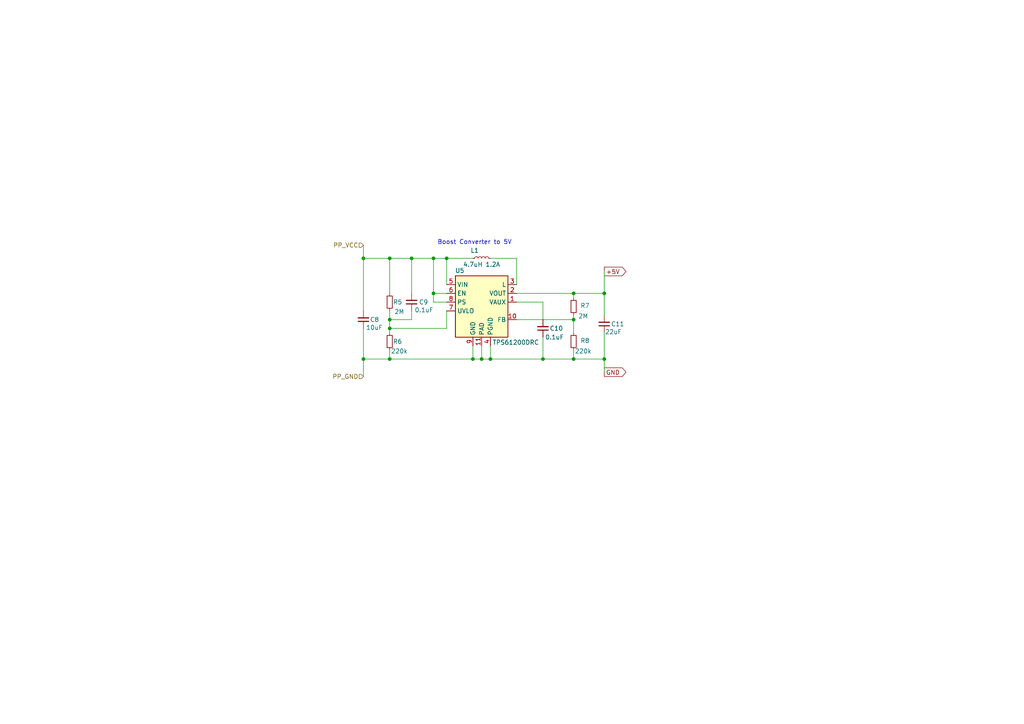
<source format=kicad_sch>
(kicad_sch (version 20231120) (generator "eeschema") (generator_version "8.0")
  (paper "A4")
  (title_block (title "Kitchen_Timer - 5V Boost Converter") (date "2025-01-26") (rev "v01") (comment 2 "creativecommons.org/licences/4.0/") (comment 3 "Licence: CC BY 4.0") (comment 4 "Author: Nicolas Perozzi"))
  (lib_symbols
    (symbol "Device:C_Small" (pin_numbers hide) (pin_names (offset 0.254) hide)
      (property "Reference" "C" (at 0.254 1.778 0))
      (property "Value" "C_Small" (at 0.254 -2.032 0))
      (symbol "C_Small_0_1"
        (polyline (pts (xy -1.524 -0.508) (xy 1.524 -0.508)) (stroke (width 0.3302)))
        (polyline (pts (xy -1.524 0.508) (xy 1.524 0.508)) (stroke (width 0.3048)))
      )
      (symbol "C_Small_1_1"
        (pin passive line (at 0 2.54 270) (length 2.032) (name "~") (number "1"))
        (pin passive line (at 0 -2.54 90) (length 2.032) (name "~") (number "2"))
      )
    )
    (symbol "Device:L_Small" (pin_numbers hide) (pin_names (offset 0.254) hide)
      (property "Reference" "L" (at 0.762 1.016 0))
      (property "Value" "L_Small" (at 0.762 -1.016 0))
      (symbol "L_Small_0_1"
        (arc (start 0 -2.032) (mid 0.5058 -1.524) (end 0 -1.016))
        (arc (start 0 -1.016) (mid 0.5058 -0.508) (end 0 0))
        (arc (start 0 0) (mid 0.5058 0.508) (end 0 1.016))
        (arc (start 0 1.016) (mid 0.5058 1.524) (end 0 2.032))
      )
      (symbol "L_Small_1_1"
        (pin passive line (at 0 2.54 270) (length 0.508) (name "~") (number "1"))
        (pin passive line (at 0 -2.54 90) (length 0.508) (name "~") (number "2"))
      )
    )
    (symbol "Device:R_Small" (pin_numbers hide) (pin_names (offset 0.254) hide)
      (property "Reference" "R" (at 0.762 0.508 0))
      (property "Value" "R_Small" (at 0.762 -1.016 0))
      (symbol "R_Small_0_1"
        (rectangle (start -0.762 1.778) (end 0.762 -1.778) (stroke (width 0.2032)))
      )
      (symbol "R_Small_1_1"
        (pin passive line (at 0 2.54 270) (length 0.762) (name "~") (number "1"))
        (pin passive line (at 0 -2.54 90) (length 0.762) (name "~") (number "2"))
      )
    )
    (symbol "Regulator_Switching:TPS61200DRC"
      (property "Reference" "U" (at -10.16 8.89 0))
      (property "Value" "TPS61200DRC" (at -2.54 8.89 0))
      (symbol "TPS61200DRC_0_1"
        (rectangle (start -7.62 7.62) (end 7.62 -10.16) (stroke (width 0.254)) (fill (type background)))
      )
      (symbol "TPS61200DRC_1_1"
        (pin bidirectional line (at 10.16 0 180) (length 2.54) (name "VAUX") (number "1"))
        (pin input line (at 10.16 -5.08 180) (length 2.54) (name "FB") (number "10"))
        (pin power_in line (at 0 -12.7 90) (length 2.54) (name "PAD") (number "11"))
        (pin power_out line (at 10.16 2.54 180) (length 2.54) (name "VOUT") (number "2"))
        (pin input line (at 10.16 5.08 180) (length 2.54) (name "L") (number "3"))
        (pin power_in line (at 2.54 -12.7 90) (length 2.54) (name "PGND") (number "4"))
        (pin power_in line (at -10.16 5.08 0) (length 2.54) (name "VIN") (number "5"))
        (pin input line (at -10.16 2.54 0) (length 2.54) (name "EN") (number "6"))
        (pin input line (at -10.16 -2.54 0) (length 2.54) (name "UVLO") (number "7"))
        (pin input line (at -10.16 0 0) (length 2.54) (name "PS") (number "8"))
        (pin power_in line (at -2.54 -12.7 90) (length 2.54) (name "GND") (number "9"))
      )
    )
  )
  (junction (at 129.54 74.93))
  (junction (at 137.16 104.14))
  (junction (at 142.24 104.14))
  (junction (at 113.03 104.14))
  (junction (at 175.26 85.09))
  (junction (at 166.37 92.71))
  (junction (at 175.26 104.14))
  (junction (at 139.7 104.14))
  (junction (at 113.03 95.25))
  (junction (at 125.73 85.09))
  (junction (at 105.41 74.93))
  (junction (at 166.37 104.14))
  (junction (at 113.03 92.71))
  (junction (at 113.03 74.93))
  (junction (at 125.73 74.93))
  (junction (at 166.37 85.09))
  (junction (at 157.48 104.14))
  (junction (at 119.38 74.93))
  (junction (at 105.41 104.14))
  (wire (pts (xy 105.41 74.93) (xy 105.41 90.17)))
  (wire (pts (xy 137.16 74.93) (xy 129.54 74.93)))
  (wire (pts (xy 113.03 74.93) (xy 105.41 74.93)))
  (wire (pts (xy 166.37 85.09) (xy 166.37 86.36)))
  (wire (pts (xy 157.48 104.14) (xy 142.24 104.14)))
  (wire (pts (xy 119.38 90.17) (xy 119.38 92.71)))
  (wire (pts (xy 119.38 74.93) (xy 125.73 74.93)))
  (wire (pts (xy 166.37 92.71) (xy 166.37 96.52)))
  (wire (pts (xy 139.7 104.14) (xy 137.16 104.14)))
  (wire (pts (xy 105.41 95.25) (xy 105.41 104.14)))
  (wire (pts (xy 105.41 104.14) (xy 105.41 109.22)))
  (wire (pts (xy 125.73 85.09) (xy 125.73 87.63)))
  (wire (pts (xy 137.16 104.14) (xy 113.03 104.14)))
  (wire (pts (xy 129.54 87.63) (xy 125.73 87.63)))
  (wire (pts (xy 129.54 85.09) (xy 125.73 85.09)))
  (wire (pts (xy 125.73 85.09) (xy 125.73 74.93)))
  (wire (pts (xy 166.37 101.6) (xy 166.37 104.14)))
  (wire (pts (xy 149.86 87.63) (xy 157.48 87.63)))
  (wire (pts (xy 113.03 90.17) (xy 113.03 92.71)))
  (wire (pts (xy 105.41 104.14) (xy 113.03 104.14)))
  (wire (pts (xy 166.37 104.14) (xy 157.48 104.14)))
  (wire (pts (xy 119.38 74.93) (xy 113.03 74.93)))
  (wire (pts (xy 157.48 87.63) (xy 157.48 92.71)))
  (wire (pts (xy 113.03 104.14) (xy 113.03 101.6)))
  (wire (pts (xy 166.37 85.09) (xy 175.26 85.09)))
  (wire (pts (xy 129.54 74.93) (xy 129.54 82.55)))
  (wire (pts (xy 113.03 95.25) (xy 113.03 96.52)))
  (wire (pts (xy 129.54 74.93) (xy 125.73 74.93)))
  (wire (pts (xy 113.03 95.25) (xy 129.54 95.25)))
  (wire (pts (xy 119.38 74.93) (xy 119.38 85.09)))
  (wire (pts (xy 129.54 95.25) (xy 129.54 90.17)))
  (wire (pts (xy 157.48 97.79) (xy 157.48 104.14)))
  (wire (pts (xy 142.24 104.14) (xy 139.7 104.14)))
  (wire (pts (xy 166.37 92.71) (xy 166.37 91.44)))
  (wire (pts (xy 149.86 85.09) (xy 166.37 85.09)))
  (wire (pts (xy 149.86 92.71) (xy 166.37 92.71)))
  (wire (pts (xy 149.86 74.93) (xy 142.24 74.93)))
  (wire (pts (xy 105.41 71.12) (xy 105.41 74.93)))
  (wire (pts (xy 175.26 78.74) (xy 175.26 85.09)))
  (wire (pts (xy 175.26 104.14) (xy 166.37 104.14)))
  (wire (pts (xy 139.7 100.33) (xy 139.7 104.14)))
  (wire (pts (xy 175.26 85.09) (xy 175.26 91.44)))
  (wire (pts (xy 149.86 82.55) (xy 149.86 74.93)))
  (wire (pts (xy 175.26 96.52) (xy 175.26 104.14)))
  (wire (pts (xy 119.38 92.71) (xy 113.03 92.71)))
  (wire (pts (xy 113.03 74.93) (xy 113.03 85.09)))
  (wire (pts (xy 175.26 107.95) (xy 175.26 104.14)))
  (wire (pts (xy 137.16 100.33) (xy 137.16 104.14)))
  (wire (pts (xy 113.03 92.71) (xy 113.03 95.25)))
  (wire (pts (xy 142.24 100.33) (xy 142.24 104.14)))
  (text "Boost Converter to 5V" (at 137.668 70.358 0) (effects (font (size 1.27 1.27))))
  (global_label "+5V" (shape output) (at 175.26 78.74 0) (property "Intersheetrefs" "${INTERSHEET_REFS}" (effects (hide yes))))
  (global_label "GND" (shape output) (at 175.26 107.95 0) (property "Intersheetrefs" "${INTERSHEET_REFS}" (effects (hide yes))))
  (hierarchical_label "PP_VCC" (shape input) (at 105.41 71.12 180))
  (hierarchical_label "PP_GND" (shape input) (at 105.41 109.22 180))
  (symbol (lib_id "Device:C_Small") (at 175.26 93.98 180) (unit 1)
    (property "Reference" "C11" (at 181.102 93.98 0) (effects (justify left)))
    (property "Value" "22uF" (at 180.34 96.266 0) (effects (justify left)))
    (property "Description" "Unpolarized capacitor, small symbol" (effects (hide yes)))
  )
  (symbol (lib_id "Device:R_Small") (at 113.03 99.06 180) (unit 1)
    (property "Reference" "R6" (at 115.316 99.06 0))
    (property "Value" "220k" (at 115.824 101.854 0))
    (property "Description" "Resistor, small symbol" (effects (hide yes)))
  )
  (symbol (lib_id "Device:L_Small") (at 139.7 74.93 90) (unit 1)
    (property "Reference" "L1" (at 137.668 72.644 90))
    (property "Value" "4.7uH 1.2A" (at 139.7 76.708 90))
    (property "Description" "Inductor, small symbol" (effects (hide yes)))
  )
  (symbol (lib_id "Device:C_Small") (at 157.48 95.25 180) (unit 1)
    (property "Reference" "C10" (at 163.322 95.25 0) (effects (justify left)))
    (property "Value" "0.1uF" (at 163.576 97.79 0) (effects (justify left)))
    (property "Description" "Unpolarized capacitor, small symbol" (effects (hide yes)))
  )
  (symbol (lib_id "Device:C_Small") (at 105.41 92.71 180) (unit 1)
    (property "Reference" "C8" (at 109.982 92.71 0) (effects (justify left)))
    (property "Value" "10uF" (at 110.998 94.996 0) (effects (justify left)))
    (property "Description" "Unpolarized capacitor, small symbol" (effects (hide yes)))
  )
  (symbol (lib_id "Device:R_Small") (at 166.37 99.06 180) (unit 1)
    (property "Reference" "R8" (at 169.672 98.806 0))
    (property "Value" "220k" (at 169.164 101.854 0))
    (property "Description" "Resistor, small symbol" (effects (hide yes)))
  )
  (symbol (lib_id "Device:R_Small") (at 166.37 88.9 180) (unit 1)
    (property "Reference" "R7" (at 169.672 88.646 0))
    (property "Value" "2M" (at 169.164 91.694 0))
    (property "Description" "Resistor, small symbol" (effects (hide yes)))
  )
  (symbol (lib_id "Device:C_Small") (at 119.38 87.63 180) (unit 1)
    (property "Reference" "C9" (at 124.206 87.63 0) (effects (justify left)))
    (property "Value" "0.1uF" (at 125.73 89.916 0) (effects (justify left)))
    (property "Description" "Unpolarized capacitor, small symbol" (effects (hide yes)))
  )
  (symbol (lib_id "Device:R_Small") (at 113.03 87.63 180) (unit 1)
    (property "Reference" "R5" (at 115.316 87.63 0))
    (property "Value" "2M" (at 115.824 90.424 0))
    (property "Description" "Resistor, small symbol" (effects (hide yes)))
  )
  (symbol (lib_id "Regulator_Switching:TPS61200DRC") (at 139.7 87.63 0) (unit 1)
    (property "Reference" "U5" (at 133.35 78.486 0))
    (property "Value" "TPS61200DRC" (at 149.606 99.314 0))
    (property "Footprint" "Package_SON:Texas_S-PVSON-N10_ThermalVias" (effects (hide yes)))
    (property "Datasheet" "http://www.ti.com/lit/ds/symlink/tps61200.pdf" (effects (hide yes)))
    (property "Description" "Low Input Voltage Synchronous Boost Converter With 1.3A Switches, Adjustable Output Voltage, 0.3-5.5V Input Voltage, VSON-10" (effects (hide yes)))
  )
)
</source>
